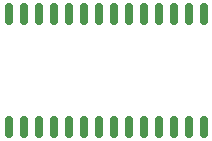
<source format=gbr>
%TF.GenerationSoftware,KiCad,Pcbnew,(6.0.6-0)*%
%TF.CreationDate,2022-07-18T23:30:02+08:00*%
%TF.ProjectId,VFD,5646442e-6b69-4636-9164-5f7063625858,rev?*%
%TF.SameCoordinates,Original*%
%TF.FileFunction,Paste,Bot*%
%TF.FilePolarity,Positive*%
%FSLAX46Y46*%
G04 Gerber Fmt 4.6, Leading zero omitted, Abs format (unit mm)*
G04 Created by KiCad (PCBNEW (6.0.6-0)) date 2022-07-18 23:30:02*
%MOMM*%
%LPD*%
G01*
G04 APERTURE LIST*
G04 Aperture macros list*
%AMRoundRect*
0 Rectangle with rounded corners*
0 $1 Rounding radius*
0 $2 $3 $4 $5 $6 $7 $8 $9 X,Y pos of 4 corners*
0 Add a 4 corners polygon primitive as box body*
4,1,4,$2,$3,$4,$5,$6,$7,$8,$9,$2,$3,0*
0 Add four circle primitives for the rounded corners*
1,1,$1+$1,$2,$3*
1,1,$1+$1,$4,$5*
1,1,$1+$1,$6,$7*
1,1,$1+$1,$8,$9*
0 Add four rect primitives between the rounded corners*
20,1,$1+$1,$2,$3,$4,$5,0*
20,1,$1+$1,$4,$5,$6,$7,0*
20,1,$1+$1,$6,$7,$8,$9,0*
20,1,$1+$1,$8,$9,$2,$3,0*%
G04 Aperture macros list end*
%ADD10RoundRect,0.150000X-0.150000X0.750000X-0.150000X-0.750000X0.150000X-0.750000X0.150000X0.750000X0*%
G04 APERTURE END LIST*
D10*
%TO.C,U2*%
X145415000Y-82200000D03*
X146685000Y-82200000D03*
X147955000Y-82200000D03*
X149225000Y-82200000D03*
X150495000Y-82200000D03*
X151765000Y-82200000D03*
X153035000Y-82200000D03*
X154305000Y-82200000D03*
X155575000Y-82200000D03*
X156845000Y-82200000D03*
X158115000Y-82200000D03*
X159385000Y-82200000D03*
X160655000Y-82200000D03*
X161925000Y-82200000D03*
X161925000Y-91800000D03*
X160655000Y-91800000D03*
X159385000Y-91800000D03*
X158115000Y-91800000D03*
X156845000Y-91800000D03*
X155575000Y-91800000D03*
X154305000Y-91800000D03*
X153035000Y-91800000D03*
X151765000Y-91800000D03*
X150495000Y-91800000D03*
X149225000Y-91800000D03*
X147955000Y-91800000D03*
X146685000Y-91800000D03*
X145415000Y-91800000D03*
%TD*%
M02*

</source>
